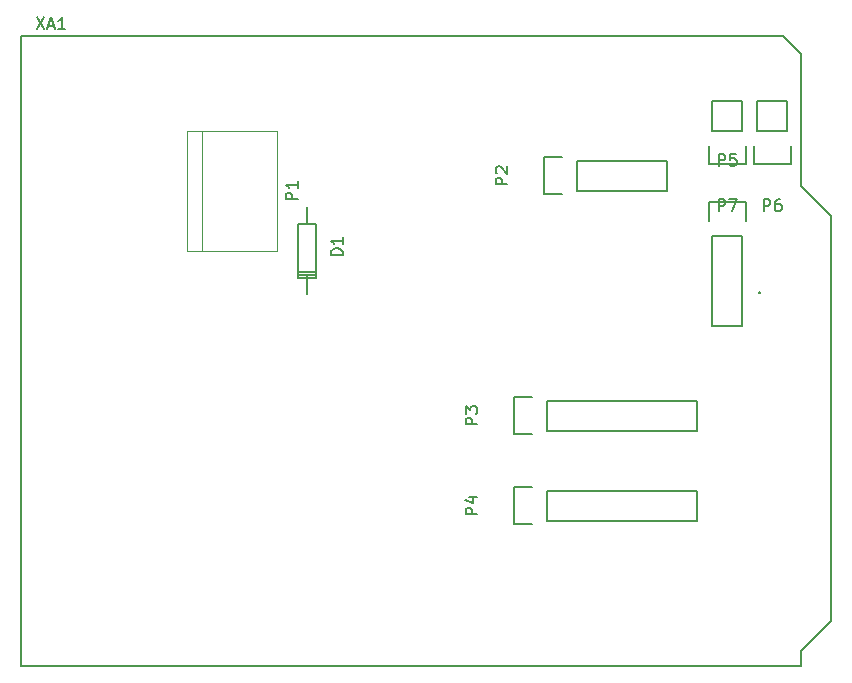
<source format=gto>
G04 #@! TF.GenerationSoftware,KiCad,Pcbnew,(5.1.4)-1*
G04 #@! TF.CreationDate,2020-10-06T15:22:12+07:00*
G04 #@! TF.ProjectId,digitalWeight,64696769-7461-46c5-9765-696768742e6b,rev?*
G04 #@! TF.SameCoordinates,Original*
G04 #@! TF.FileFunction,Legend,Top*
G04 #@! TF.FilePolarity,Positive*
%FSLAX46Y46*%
G04 Gerber Fmt 4.6, Leading zero omitted, Abs format (unit mm)*
G04 Created by KiCad (PCBNEW (5.1.4)-1) date 2020-10-06 15:22:12*
%MOMM*%
%LPD*%
G04 APERTURE LIST*
%ADD10C,0.150000*%
%ADD11C,0.120000*%
G04 APERTURE END LIST*
D10*
X148501100Y-51663600D02*
X148501100Y-105003600D01*
X214541100Y-64363600D02*
X214541100Y-53187600D01*
X217081100Y-66903600D02*
X214541100Y-64363600D01*
X217081100Y-101193600D02*
X217081100Y-66903600D01*
X214541100Y-103733600D02*
X217081100Y-101193600D01*
X214541100Y-105003600D02*
X214541100Y-103733600D01*
X213017100Y-51663600D02*
X214541100Y-53187600D01*
X148501100Y-105003600D02*
X214541100Y-105003600D01*
X148501100Y-51663600D02*
X213017100Y-51663600D01*
X172717460Y-67563480D02*
X172717460Y-66166480D01*
X172717460Y-72008480D02*
X172717460Y-73532480D01*
X171955460Y-71627480D02*
X173479460Y-71627480D01*
X171955460Y-71881480D02*
X173479460Y-71881480D01*
X172717460Y-72135480D02*
X173479460Y-72135480D01*
X173479460Y-72135480D02*
X173479460Y-67563480D01*
X173479460Y-67563480D02*
X171955460Y-67563480D01*
X171955460Y-67563480D02*
X171955460Y-72135480D01*
X171955460Y-72135480D02*
X172717460Y-72135480D01*
X195580000Y-64770000D02*
X203200000Y-64770000D01*
X195580000Y-62230000D02*
X203200000Y-62230000D01*
X192760000Y-61950000D02*
X194310000Y-61950000D01*
X203200000Y-64770000D02*
X203200000Y-62230000D01*
X195580000Y-62230000D02*
X195580000Y-64770000D01*
X194310000Y-65050000D02*
X192760000Y-65050000D01*
X192760000Y-65050000D02*
X192760000Y-61950000D01*
X193040000Y-82550000D02*
X205740000Y-82550000D01*
X205740000Y-82550000D02*
X205740000Y-85090000D01*
X205740000Y-85090000D02*
X193040000Y-85090000D01*
X190220000Y-82270000D02*
X191770000Y-82270000D01*
X193040000Y-82550000D02*
X193040000Y-85090000D01*
X191770000Y-85370000D02*
X190220000Y-85370000D01*
X190220000Y-85370000D02*
X190220000Y-82270000D01*
X193040000Y-90170000D02*
X205740000Y-90170000D01*
X205740000Y-90170000D02*
X205740000Y-92710000D01*
X205740000Y-92710000D02*
X193040000Y-92710000D01*
X190220000Y-89890000D02*
X191770000Y-89890000D01*
X193040000Y-90170000D02*
X193040000Y-92710000D01*
X191770000Y-92990000D02*
X190220000Y-92990000D01*
X190220000Y-92990000D02*
X190220000Y-89890000D01*
X207010000Y-68580000D02*
X207010000Y-76200000D01*
X209550000Y-68580000D02*
X209550000Y-76200000D01*
X209830000Y-65760000D02*
X209830000Y-67310000D01*
X207010000Y-76200000D02*
X209550000Y-76200000D01*
X209550000Y-68580000D02*
X207010000Y-68580000D01*
X206730000Y-67310000D02*
X206730000Y-65760000D01*
X206730000Y-65760000D02*
X209830000Y-65760000D01*
X210820000Y-59690000D02*
X210820000Y-57150000D01*
X210540000Y-62510000D02*
X210540000Y-60960000D01*
X210820000Y-59690000D02*
X213360000Y-59690000D01*
X213640000Y-60960000D02*
X213640000Y-62510000D01*
X213640000Y-62510000D02*
X210540000Y-62510000D01*
X213360000Y-59690000D02*
X213360000Y-57150000D01*
X213360000Y-57150000D02*
X210820000Y-57150000D01*
X207010000Y-59690000D02*
X207010000Y-57150000D01*
X206730000Y-62510000D02*
X206730000Y-60960000D01*
X207010000Y-59690000D02*
X209550000Y-59690000D01*
X209830000Y-60960000D02*
X209830000Y-62510000D01*
X209830000Y-62510000D02*
X206730000Y-62510000D01*
X209550000Y-59690000D02*
X209550000Y-57150000D01*
X209550000Y-57150000D02*
X207010000Y-57150000D01*
D11*
X163830000Y-69850000D02*
X163830000Y-59690000D01*
X162560000Y-69850000D02*
X170180000Y-69850000D01*
X170180000Y-69850000D02*
X170180000Y-59690000D01*
X170180000Y-59690000D02*
X162560000Y-59690000D01*
X162560000Y-59690000D02*
X162560000Y-69850000D01*
D10*
X149803004Y-50099980D02*
X150469671Y-51099980D01*
X150469671Y-50099980D02*
X149803004Y-51099980D01*
X150803004Y-50814266D02*
X151279195Y-50814266D01*
X150707766Y-51099980D02*
X151041100Y-50099980D01*
X151374433Y-51099980D01*
X152231576Y-51099980D02*
X151660147Y-51099980D01*
X151945861Y-51099980D02*
X151945861Y-50099980D01*
X151850623Y-50242838D01*
X151755385Y-50338076D01*
X151660147Y-50385695D01*
X210985100Y-73356742D02*
X211032719Y-73404361D01*
X210985100Y-73451980D01*
X210937480Y-73404361D01*
X210985100Y-73356742D01*
X210985100Y-73451980D01*
X175709840Y-70237575D02*
X174709840Y-70237575D01*
X174709840Y-69999480D01*
X174757460Y-69856622D01*
X174852698Y-69761384D01*
X174947936Y-69713765D01*
X175138412Y-69666146D01*
X175281269Y-69666146D01*
X175471745Y-69713765D01*
X175566983Y-69761384D01*
X175662221Y-69856622D01*
X175709840Y-69999480D01*
X175709840Y-70237575D01*
X175709840Y-68713765D02*
X175709840Y-69285194D01*
X175709840Y-68999480D02*
X174709840Y-68999480D01*
X174852698Y-69094718D01*
X174947936Y-69189956D01*
X174995555Y-69285194D01*
X189662380Y-64238095D02*
X188662380Y-64238095D01*
X188662380Y-63857142D01*
X188710000Y-63761904D01*
X188757619Y-63714285D01*
X188852857Y-63666666D01*
X188995714Y-63666666D01*
X189090952Y-63714285D01*
X189138571Y-63761904D01*
X189186190Y-63857142D01*
X189186190Y-64238095D01*
X188757619Y-63285714D02*
X188710000Y-63238095D01*
X188662380Y-63142857D01*
X188662380Y-62904761D01*
X188710000Y-62809523D01*
X188757619Y-62761904D01*
X188852857Y-62714285D01*
X188948095Y-62714285D01*
X189090952Y-62761904D01*
X189662380Y-63333333D01*
X189662380Y-62714285D01*
X187122380Y-84558095D02*
X186122380Y-84558095D01*
X186122380Y-84177142D01*
X186170000Y-84081904D01*
X186217619Y-84034285D01*
X186312857Y-83986666D01*
X186455714Y-83986666D01*
X186550952Y-84034285D01*
X186598571Y-84081904D01*
X186646190Y-84177142D01*
X186646190Y-84558095D01*
X186122380Y-83653333D02*
X186122380Y-83034285D01*
X186503333Y-83367619D01*
X186503333Y-83224761D01*
X186550952Y-83129523D01*
X186598571Y-83081904D01*
X186693809Y-83034285D01*
X186931904Y-83034285D01*
X187027142Y-83081904D01*
X187074761Y-83129523D01*
X187122380Y-83224761D01*
X187122380Y-83510476D01*
X187074761Y-83605714D01*
X187027142Y-83653333D01*
X187122380Y-92178095D02*
X186122380Y-92178095D01*
X186122380Y-91797142D01*
X186170000Y-91701904D01*
X186217619Y-91654285D01*
X186312857Y-91606666D01*
X186455714Y-91606666D01*
X186550952Y-91654285D01*
X186598571Y-91701904D01*
X186646190Y-91797142D01*
X186646190Y-92178095D01*
X186455714Y-90749523D02*
X187122380Y-90749523D01*
X186074761Y-90987619D02*
X186789047Y-91225714D01*
X186789047Y-90606666D01*
X207541904Y-62662380D02*
X207541904Y-61662380D01*
X207922857Y-61662380D01*
X208018095Y-61710000D01*
X208065714Y-61757619D01*
X208113333Y-61852857D01*
X208113333Y-61995714D01*
X208065714Y-62090952D01*
X208018095Y-62138571D01*
X207922857Y-62186190D01*
X207541904Y-62186190D01*
X209018095Y-61662380D02*
X208541904Y-61662380D01*
X208494285Y-62138571D01*
X208541904Y-62090952D01*
X208637142Y-62043333D01*
X208875238Y-62043333D01*
X208970476Y-62090952D01*
X209018095Y-62138571D01*
X209065714Y-62233809D01*
X209065714Y-62471904D01*
X209018095Y-62567142D01*
X208970476Y-62614761D01*
X208875238Y-62662380D01*
X208637142Y-62662380D01*
X208541904Y-62614761D01*
X208494285Y-62567142D01*
X211351904Y-66512380D02*
X211351904Y-65512380D01*
X211732857Y-65512380D01*
X211828095Y-65560000D01*
X211875714Y-65607619D01*
X211923333Y-65702857D01*
X211923333Y-65845714D01*
X211875714Y-65940952D01*
X211828095Y-65988571D01*
X211732857Y-66036190D01*
X211351904Y-66036190D01*
X212780476Y-65512380D02*
X212590000Y-65512380D01*
X212494761Y-65560000D01*
X212447142Y-65607619D01*
X212351904Y-65750476D01*
X212304285Y-65940952D01*
X212304285Y-66321904D01*
X212351904Y-66417142D01*
X212399523Y-66464761D01*
X212494761Y-66512380D01*
X212685238Y-66512380D01*
X212780476Y-66464761D01*
X212828095Y-66417142D01*
X212875714Y-66321904D01*
X212875714Y-66083809D01*
X212828095Y-65988571D01*
X212780476Y-65940952D01*
X212685238Y-65893333D01*
X212494761Y-65893333D01*
X212399523Y-65940952D01*
X212351904Y-65988571D01*
X212304285Y-66083809D01*
X207541904Y-66512380D02*
X207541904Y-65512380D01*
X207922857Y-65512380D01*
X208018095Y-65560000D01*
X208065714Y-65607619D01*
X208113333Y-65702857D01*
X208113333Y-65845714D01*
X208065714Y-65940952D01*
X208018095Y-65988571D01*
X207922857Y-66036190D01*
X207541904Y-66036190D01*
X208446666Y-65512380D02*
X209113333Y-65512380D01*
X208684761Y-66512380D01*
X171902380Y-65508095D02*
X170902380Y-65508095D01*
X170902380Y-65127142D01*
X170950000Y-65031904D01*
X170997619Y-64984285D01*
X171092857Y-64936666D01*
X171235714Y-64936666D01*
X171330952Y-64984285D01*
X171378571Y-65031904D01*
X171426190Y-65127142D01*
X171426190Y-65508095D01*
X171902380Y-63984285D02*
X171902380Y-64555714D01*
X171902380Y-64270000D02*
X170902380Y-64270000D01*
X171045238Y-64365238D01*
X171140476Y-64460476D01*
X171188095Y-64555714D01*
M02*

</source>
